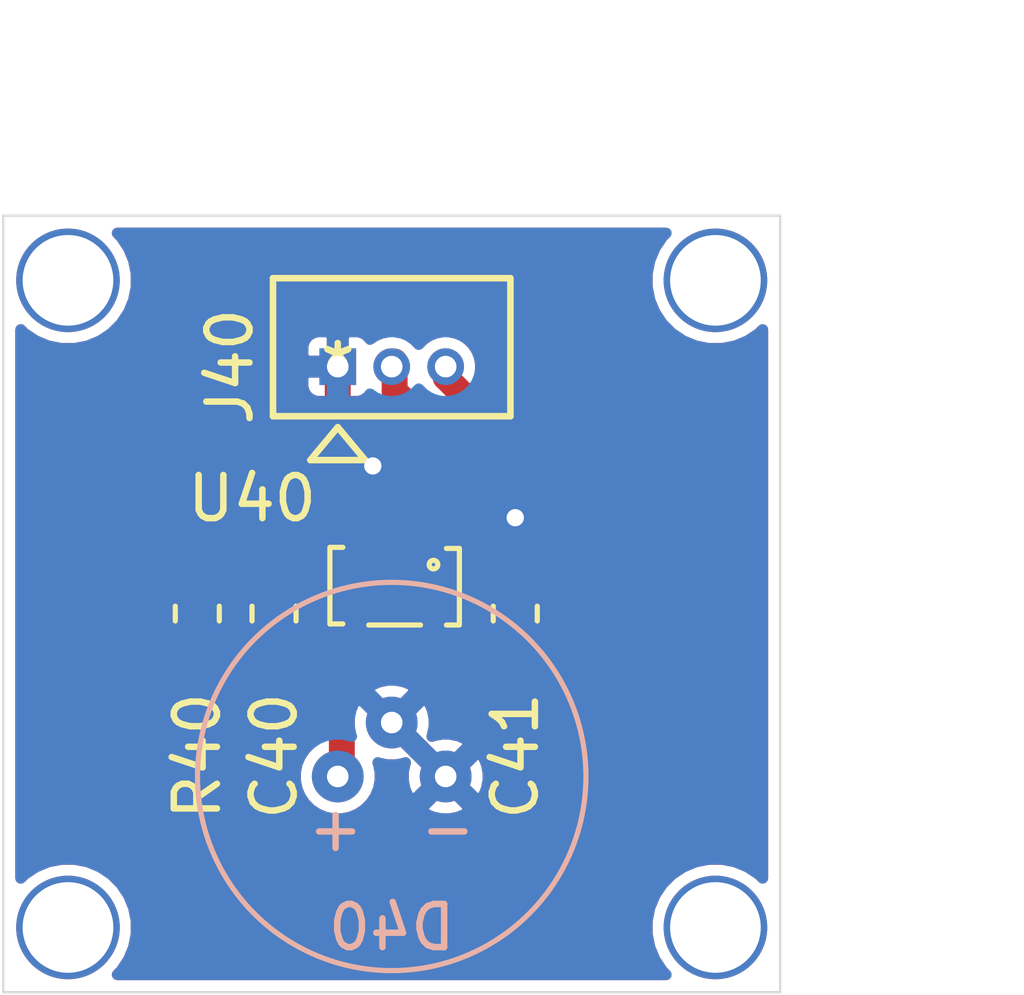
<source format=kicad_pcb>
(kicad_pcb (version 20171130) (host pcbnew "(5.1.10)-1")

  (general
    (thickness 1.6)
    (drawings 7)
    (tracks 31)
    (zones 0)
    (modules 10)
    (nets 5)
  )

  (page User 200 200)
  (title_block
    (title "Spectrometer Multi-Board System")
    (date 2021-05-28)
    (rev 1.0)
    (company "Team Spectrometer")
  )

  (layers
    (0 F.Cu signal)
    (31 B.Cu signal)
    (32 B.Adhes user hide)
    (33 F.Adhes user hide)
    (34 B.Paste user hide)
    (35 F.Paste user hide)
    (36 B.SilkS user hide)
    (37 F.SilkS user)
    (38 B.Mask user hide)
    (39 F.Mask user hide)
    (40 Dwgs.User user hide)
    (41 Cmts.User user)
    (42 Eco1.User user hide)
    (43 Eco2.User user hide)
    (44 Edge.Cuts user)
    (45 Margin user hide)
    (46 B.CrtYd user hide)
    (47 F.CrtYd user)
    (48 B.Fab user hide)
    (49 F.Fab user hide)
  )

  (setup
    (last_trace_width 0.4)
    (trace_clearance 0.2)
    (zone_clearance 0.254)
    (zone_45_only no)
    (trace_min 0.2)
    (via_size 0.8)
    (via_drill 0.4)
    (via_min_size 0.4)
    (via_min_drill 0.3)
    (uvia_size 0.3)
    (uvia_drill 0.1)
    (uvias_allowed no)
    (uvia_min_size 0.2)
    (uvia_min_drill 0.1)
    (edge_width 0.05)
    (segment_width 0.2)
    (pcb_text_width 0.3)
    (pcb_text_size 1.5 1.5)
    (mod_edge_width 0.12)
    (mod_text_size 1 1)
    (mod_text_width 0.15)
    (pad_size 0.85 0.85)
    (pad_drill 0.5)
    (pad_to_mask_clearance 0.051)
    (solder_mask_min_width 0.25)
    (aux_axis_origin 0 0)
    (visible_elements 7FFFFFFF)
    (pcbplotparams
      (layerselection 0x012fc_ffffffff)
      (usegerberextensions false)
      (usegerberattributes false)
      (usegerberadvancedattributes false)
      (creategerberjobfile false)
      (excludeedgelayer true)
      (linewidth 0.100000)
      (plotframeref false)
      (viasonmask false)
      (mode 1)
      (useauxorigin false)
      (hpglpennumber 1)
      (hpglpenspeed 20)
      (hpglpendiameter 15.000000)
      (psnegative false)
      (psa4output false)
      (plotreference true)
      (plotvalue true)
      (plotinvisibletext false)
      (padsonsilk false)
      (subtractmaskfromsilk false)
      (outputformat 4)
      (mirror false)
      (drillshape 0)
      (scaleselection 1)
      (outputdirectory "./"))
  )

  (net 0 "")
  (net 1 GND)
  (net 2 +3V3)
  (net 3 "Net-(C40-Pad2)")
  (net 4 "Net-(C40-Pad1)")

  (net_class Default "This is the default net class."
    (clearance 0.2)
    (trace_width 0.4)
    (via_dia 0.8)
    (via_drill 0.4)
    (uvia_dia 0.3)
    (uvia_drill 0.1)
  )

  (net_class Analog ""
    (clearance 0.2)
    (trace_width 0.6)
    (via_dia 0.8)
    (via_drill 0.4)
    (uvia_dia 0.3)
    (uvia_drill 0.1)
    (add_net "Net-(C40-Pad1)")
    (add_net "Net-(C40-Pad2)")
  )

  (net_class Power ""
    (clearance 0.2)
    (trace_width 0.6)
    (via_dia 0.8)
    (via_drill 0.4)
    (uvia_dia 0.3)
    (uvia_drill 0.1)
    (add_net +3V3)
    (add_net GND)
  )

  (module spectrometer_core:M2_mounting (layer F.Cu) (tedit 60DA2D85) (tstamp 60DA9CAE)
    (at 95.5 90)
    (fp_text reference REF** (at 0 0) (layer F.Fab) hide
      (effects (font (size 1 1) (thickness 0.15)))
    )
    (fp_text value M2_mounting (at 0 -2) (layer F.Fab)
      (effects (font (size 1 1) (thickness 0.15)))
    )
    (pad "" np_thru_hole circle (at 0 0) (size 2.4 2.4) (drill 2.1) (layers *.Cu *.Mask)
      (zone_connect 0))
  )

  (module spectrometer_core:M2_mounting (layer F.Cu) (tedit 60DA2D85) (tstamp 60DA9CAE)
    (at 80.5 90)
    (fp_text reference REF** (at 0 0) (layer F.Fab) hide
      (effects (font (size 1 1) (thickness 0.15)))
    )
    (fp_text value M2_mounting (at 0 -2) (layer F.Fab)
      (effects (font (size 1 1) (thickness 0.15)))
    )
    (pad "" np_thru_hole circle (at 0 0) (size 2.4 2.4) (drill 2.1) (layers *.Cu *.Mask)
      (zone_connect 0))
  )

  (module spectrometer_core:M2_mounting (layer F.Cu) (tedit 60DA2D85) (tstamp 60DA9CAE)
    (at 80.5 75)
    (fp_text reference REF** (at 0 0) (layer F.Fab) hide
      (effects (font (size 1 1) (thickness 0.15)))
    )
    (fp_text value M2_mounting (at 0 -2) (layer F.Fab)
      (effects (font (size 1 1) (thickness 0.15)))
    )
    (pad "" np_thru_hole circle (at 0 0) (size 2.4 2.4) (drill 2.1) (layers *.Cu *.Mask)
      (zone_connect 0))
  )

  (module spectrometer_core:M2_mounting (layer F.Cu) (tedit 60DA2D85) (tstamp 60DA9C8B)
    (at 95.5 75)
    (fp_text reference REF** (at 0 0) (layer F.Fab) hide
      (effects (font (size 1 1) (thickness 0.15)))
    )
    (fp_text value M2_mounting (at 0 -2) (layer F.Fab)
      (effects (font (size 1 1) (thickness 0.15)))
    )
    (pad "" np_thru_hole circle (at 0 0) (size 2.4 2.4) (drill 2.1) (layers *.Cu *.Mask)
      (zone_connect 0))
  )

  (module spectrometer_core:SOT-23-5 (layer F.Cu) (tedit 60BDBE49) (tstamp 60BABDD6)
    (at 88.068 82.089 270)
    (path /6093478B)
    (fp_text reference U40 (at -2.032 3.302) (layer F.SilkS)
      (effects (font (size 1 1) (thickness 0.15)))
    )
    (fp_text value OPA990 (at 0 -2.4 270) (layer F.Fab)
      (effects (font (size 1 1) (thickness 0.15)))
    )
    (fp_circle (center -0.5 -0.9) (end -0.4 -0.9) (layer F.SilkS) (width 0.12))
    (fp_line (start 0.9 -1.5) (end 0.9 -1.2) (layer F.SilkS) (width 0.12))
    (fp_line (start 0.875 1.2) (end 0.875 1.5) (layer F.SilkS) (width 0.12))
    (fp_line (start -0.875 -1.5) (end 0.875 -1.5) (layer F.SilkS) (width 0.12))
    (fp_line (start -0.875 -1.2) (end -0.875 -1.5) (layer F.SilkS) (width 0.12))
    (fp_line (start 0.875 1.5) (end -0.875 1.5) (layer F.SilkS) (width 0.12))
    (fp_line (start -0.9 1.5) (end -0.9 1.2) (layer F.SilkS) (width 0.12))
    (fp_line (start 0.9 -0.6) (end 0.9 0.6) (layer F.SilkS) (width 0.12))
    (fp_line (start -2.159 -1.778) (end 2.159 -1.778) (layer F.CrtYd) (width 0.08))
    (fp_line (start 2.159 -1.778) (end 2.159 1.778) (layer F.CrtYd) (width 0.08))
    (fp_line (start 2.159 1.778) (end -2.159 1.778) (layer F.CrtYd) (width 0.08))
    (fp_line (start -2.159 1.778) (end -2.159 -1.778) (layer F.CrtYd) (width 0.08))
    (pad 1 smd roundrect (at -1.3 -0.95 270) (size 1.2 0.6) (layers F.Cu F.Paste F.Mask) (roundrect_rratio 0.083)
      (net 4 "Net-(C40-Pad1)"))
    (pad 4 smd roundrect (at 1.3 0.95 270) (size 1.2 0.6) (layers F.Cu F.Paste F.Mask) (roundrect_rratio 0.083)
      (net 3 "Net-(C40-Pad2)"))
    (pad 3 smd roundrect (at -1.3 0.95 270) (size 1.2 0.6) (layers F.Cu F.Paste F.Mask) (roundrect_rratio 0.083)
      (net 1 GND))
    (pad 2 smd roundrect (at -1.3 0 270) (size 1.2 0.6) (layers F.Cu F.Paste F.Mask) (roundrect_rratio 0.083)
      (net 1 GND))
    (pad 5 smd roundrect (at 1.3 -0.95 270) (size 1.2 0.6) (layers F.Cu F.Paste F.Mask) (roundrect_rratio 0.083)
      (net 2 +3V3))
  )

  (module spectrometer_core:TO-18_WithReflector (layer B.Cu) (tedit 60B9A384) (tstamp 60BAC402)
    (at 88 86.5 180)
    (path /6093507A)
    (fp_text reference D40 (at 0 -3.5 180) (layer B.SilkS)
      (effects (font (size 1 1) (thickness 0.15)) (justify mirror))
    )
    (fp_text value PD41-03 (at -0.254 -5.1 180) (layer B.Fab)
      (effects (font (size 1 1) (thickness 0.15)) (justify mirror))
    )
    (fp_circle (center 0 0) (end 4.5 0) (layer B.SilkS) (width 0.12))
    (fp_text user - (at -1.3 -1.2 180) (layer B.SilkS)
      (effects (font (size 1 1) (thickness 0.15)) (justify mirror))
    )
    (fp_text user + (at 1.3 -1.2 180) (layer B.SilkS)
      (effects (font (size 1 1) (thickness 0.15)) (justify mirror))
    )
    (pad 2 thru_hole circle (at 1.25 0 180) (size 1.2 1.2) (drill 0.5) (layers *.Cu *.Mask)
      (net 3 "Net-(C40-Pad2)"))
    (pad 3 thru_hole circle (at 0 1.25 180) (size 1.2 1.2) (drill 0.5) (layers *.Cu *.Mask)
      (net 1 GND))
    (pad 1 thru_hole circle (at -1.25 0 180) (size 1.2 1.2) (drill 0.5) (layers *.Cu *.Mask)
      (net 1 GND))
  )

  (module spectrometer_core:530470310 (layer F.Cu) (tedit 60BDB6EF) (tstamp 60BAC491)
    (at 86.75 77 180)
    (path /614E2937)
    (fp_text reference J40 (at 2.5 0 270) (layer F.SilkS)
      (effects (font (size 1 1) (thickness 0.15)))
    )
    (fp_text value C_01x03 (at 0 4.5 180) (layer F.Fab)
      (effects (font (size 1 1) (thickness 0.15)))
    )
    (fp_line (start 0 -1.404001) (end 0.635 -2.166001) (layer F.SilkS) (width 0.1524))
    (fp_line (start 0.635 -2.166001) (end -0.635 -2.166001) (layer F.SilkS) (width 0.1524))
    (fp_line (start -0.635 -2.166001) (end 0 -1.404001) (layer F.SilkS) (width 0.1524))
    (fp_line (start 0 -1.404001) (end 0.635 -2.166001) (layer F.Fab) (width 0.1524))
    (fp_line (start 0.635 -2.166001) (end -0.635 -2.166001) (layer F.Fab) (width 0.1524))
    (fp_line (start -0.635 -2.166001) (end 0 -1.404001) (layer F.Fab) (width 0.1524))
    (fp_line (start -3.999992 -1.150001) (end -3.999992 2.05) (layer F.SilkS) (width 0.1524))
    (fp_line (start -3.999992 2.05) (end 1.499997 2.05) (layer F.SilkS) (width 0.1524))
    (fp_line (start 1.499997 2.05) (end 1.499997 -1.150001) (layer F.SilkS) (width 0.1524))
    (fp_line (start 1.499997 -1.150001) (end -3.999992 -1.150001) (layer F.SilkS) (width 0.1524))
    (fp_line (start -3.999992 2.05) (end 1.499997 2.05) (layer F.Fab) (width 0.1524))
    (fp_line (start 1.499997 2.05) (end 1.499997 -1.150001) (layer F.Fab) (width 0.1524))
    (fp_line (start 1.499997 -1.150001) (end -3.999992 -1.150001) (layer F.Fab) (width 0.1524))
    (fp_line (start -3.999992 -1.150001) (end -3.999992 2.05) (layer F.Fab) (width 0.1524))
    (fp_line (start -5.269992 -2.420001) (end -5.269992 3.32) (layer F.CrtYd) (width 0.1524))
    (fp_line (start -5.269992 3.32) (end 2.769997 3.32) (layer F.CrtYd) (width 0.1524))
    (fp_line (start 2.769997 3.32) (end 2.769997 -2.420001) (layer F.CrtYd) (width 0.1524))
    (fp_line (start 2.769997 -2.420001) (end -5.269992 -2.420001) (layer F.CrtYd) (width 0.1524))
    (fp_text user * (at 0 0 180) (layer F.SilkS)
      (effects (font (size 1 1) (thickness 0.15)))
    )
    (fp_text user * (at 0 0 180) (layer F.SilkS)
      (effects (font (size 1 1) (thickness 0.15)))
    )
    (pad 3 thru_hole circle (at -2.5 0 180) (size 0.85 0.85) (drill 0.5) (layers *.Cu *.Mask)
      (net 2 +3V3))
    (pad 2 thru_hole circle (at -1.25 0 180) (size 0.85 0.85) (drill 0.5) (layers *.Cu *.Mask)
      (net 4 "Net-(C40-Pad1)"))
    (pad 1 thru_hole rect (at 0 0 180) (size 0.85 0.85) (drill 0.5) (layers *.Cu *.Mask)
      (net 1 GND))
  )

  (module Resistor_SMD:R_0603_1608Metric_Pad1.05x0.95mm_HandSolder (layer F.Cu) (tedit 5B301BBD) (tstamp 60BAC964)
    (at 83.496 82.724 90)
    (descr "Resistor SMD 0603 (1608 Metric), square (rectangular) end terminal, IPC_7351 nominal with elongated pad for handsoldering. (Body size source: http://www.tortai-tech.com/upload/download/2011102023233369053.pdf), generated with kicad-footprint-generator")
    (tags "resistor handsolder")
    (path /60E942FE)
    (attr smd)
    (fp_text reference R40 (at -3.302 0 90) (layer F.SilkS)
      (effects (font (size 1 1) (thickness 0.15)))
    )
    (fp_text value 10k1 (at 0 1.43 90) (layer F.Fab)
      (effects (font (size 1 1) (thickness 0.15)))
    )
    (fp_line (start -0.8 0.4) (end -0.8 -0.4) (layer F.Fab) (width 0.1))
    (fp_line (start -0.8 -0.4) (end 0.8 -0.4) (layer F.Fab) (width 0.1))
    (fp_line (start 0.8 -0.4) (end 0.8 0.4) (layer F.Fab) (width 0.1))
    (fp_line (start 0.8 0.4) (end -0.8 0.4) (layer F.Fab) (width 0.1))
    (fp_line (start -0.171267 -0.51) (end 0.171267 -0.51) (layer F.SilkS) (width 0.12))
    (fp_line (start -0.171267 0.51) (end 0.171267 0.51) (layer F.SilkS) (width 0.12))
    (fp_line (start -1.65 0.73) (end -1.65 -0.73) (layer F.CrtYd) (width 0.05))
    (fp_line (start -1.65 -0.73) (end 1.65 -0.73) (layer F.CrtYd) (width 0.05))
    (fp_line (start 1.65 -0.73) (end 1.65 0.73) (layer F.CrtYd) (width 0.05))
    (fp_line (start 1.65 0.73) (end -1.65 0.73) (layer F.CrtYd) (width 0.05))
    (fp_text user %R (at 0 0 90) (layer F.Fab)
      (effects (font (size 0.4 0.4) (thickness 0.06)))
    )
    (pad 2 smd roundrect (at 0.875 0 90) (size 1.05 0.95) (layers F.Cu F.Paste F.Mask) (roundrect_rratio 0.25)
      (net 4 "Net-(C40-Pad1)"))
    (pad 1 smd roundrect (at -0.875 0 90) (size 1.05 0.95) (layers F.Cu F.Paste F.Mask) (roundrect_rratio 0.25)
      (net 3 "Net-(C40-Pad2)"))
    (model ${KISYS3DMOD}/Resistor_SMD.3dshapes/R_0603_1608Metric.wrl
      (at (xyz 0 0 0))
      (scale (xyz 1 1 1))
      (rotate (xyz 0 0 0))
    )
  )

  (module Capacitor_SMD:C_0603_1608Metric_Pad1.05x0.95mm_HandSolder (layer F.Cu) (tedit 5B301BBE) (tstamp 60BAC670)
    (at 90.862 82.724 90)
    (descr "Capacitor SMD 0603 (1608 Metric), square (rectangular) end terminal, IPC_7351 nominal with elongated pad for handsoldering. (Body size source: http://www.tortai-tech.com/upload/download/2011102023233369053.pdf), generated with kicad-footprint-generator")
    (tags "capacitor handsolder")
    (path /60A2EFA2)
    (attr smd)
    (fp_text reference C41 (at -3.302 0 90) (layer F.SilkS)
      (effects (font (size 1 1) (thickness 0.15)))
    )
    (fp_text value 0.1u (at 0 1.43 90) (layer F.Fab)
      (effects (font (size 1 1) (thickness 0.15)))
    )
    (fp_line (start -0.8 0.4) (end -0.8 -0.4) (layer F.Fab) (width 0.1))
    (fp_line (start -0.8 -0.4) (end 0.8 -0.4) (layer F.Fab) (width 0.1))
    (fp_line (start 0.8 -0.4) (end 0.8 0.4) (layer F.Fab) (width 0.1))
    (fp_line (start 0.8 0.4) (end -0.8 0.4) (layer F.Fab) (width 0.1))
    (fp_line (start -0.171267 -0.51) (end 0.171267 -0.51) (layer F.SilkS) (width 0.12))
    (fp_line (start -0.171267 0.51) (end 0.171267 0.51) (layer F.SilkS) (width 0.12))
    (fp_line (start -1.65 0.73) (end -1.65 -0.73) (layer F.CrtYd) (width 0.05))
    (fp_line (start -1.65 -0.73) (end 1.65 -0.73) (layer F.CrtYd) (width 0.05))
    (fp_line (start 1.65 -0.73) (end 1.65 0.73) (layer F.CrtYd) (width 0.05))
    (fp_line (start 1.65 0.73) (end -1.65 0.73) (layer F.CrtYd) (width 0.05))
    (fp_text user %R (at 0 0 90) (layer F.Fab)
      (effects (font (size 0.4 0.4) (thickness 0.06)))
    )
    (pad 2 smd roundrect (at 0.875 0 90) (size 1.05 0.95) (layers F.Cu F.Paste F.Mask) (roundrect_rratio 0.25)
      (net 1 GND))
    (pad 1 smd roundrect (at -0.875 0 90) (size 1.05 0.95) (layers F.Cu F.Paste F.Mask) (roundrect_rratio 0.25)
      (net 2 +3V3))
    (model ${KISYS3DMOD}/Capacitor_SMD.3dshapes/C_0603_1608Metric.wrl
      (at (xyz 0 0 0))
      (scale (xyz 1 1 1))
      (rotate (xyz 0 0 0))
    )
  )

  (module Capacitor_SMD:C_0603_1608Metric_Pad1.05x0.95mm_HandSolder (layer F.Cu) (tedit 5B301BBE) (tstamp 60BAC640)
    (at 85.274 82.724 270)
    (descr "Capacitor SMD 0603 (1608 Metric), square (rectangular) end terminal, IPC_7351 nominal with elongated pad for handsoldering. (Body size source: http://www.tortai-tech.com/upload/download/2011102023233369053.pdf), generated with kicad-footprint-generator")
    (tags "capacitor handsolder")
    (path /60E92CFB)
    (attr smd)
    (fp_text reference C40 (at 3.302 0 270) (layer F.SilkS)
      (effects (font (size 1 1) (thickness 0.15)))
    )
    (fp_text value 27n (at 0 1.43 270) (layer F.Fab)
      (effects (font (size 1 1) (thickness 0.15)))
    )
    (fp_line (start -0.8 0.4) (end -0.8 -0.4) (layer F.Fab) (width 0.1))
    (fp_line (start -0.8 -0.4) (end 0.8 -0.4) (layer F.Fab) (width 0.1))
    (fp_line (start 0.8 -0.4) (end 0.8 0.4) (layer F.Fab) (width 0.1))
    (fp_line (start 0.8 0.4) (end -0.8 0.4) (layer F.Fab) (width 0.1))
    (fp_line (start -0.171267 -0.51) (end 0.171267 -0.51) (layer F.SilkS) (width 0.12))
    (fp_line (start -0.171267 0.51) (end 0.171267 0.51) (layer F.SilkS) (width 0.12))
    (fp_line (start -1.65 0.73) (end -1.65 -0.73) (layer F.CrtYd) (width 0.05))
    (fp_line (start -1.65 -0.73) (end 1.65 -0.73) (layer F.CrtYd) (width 0.05))
    (fp_line (start 1.65 -0.73) (end 1.65 0.73) (layer F.CrtYd) (width 0.05))
    (fp_line (start 1.65 0.73) (end -1.65 0.73) (layer F.CrtYd) (width 0.05))
    (fp_text user %R (at 0 0 270) (layer F.Fab)
      (effects (font (size 0.4 0.4) (thickness 0.06)))
    )
    (pad 2 smd roundrect (at 0.875 0 270) (size 1.05 0.95) (layers F.Cu F.Paste F.Mask) (roundrect_rratio 0.25)
      (net 3 "Net-(C40-Pad2)"))
    (pad 1 smd roundrect (at -0.875 0 270) (size 1.05 0.95) (layers F.Cu F.Paste F.Mask) (roundrect_rratio 0.25)
      (net 4 "Net-(C40-Pad1)"))
    (model ${KISYS3DMOD}/Capacitor_SMD.3dshapes/C_0603_1608Metric.wrl
      (at (xyz 0 0 0))
      (scale (xyz 1 1 1))
      (rotate (xyz 0 0 0))
    )
  )

  (dimension 18 (width 0.15) (layer Cmts.User) (tstamp 60BB2843)
    (gr_text "18.000 mm" (at 88 69.2) (layer Cmts.User) (tstamp 60BB2843)
      (effects (font (size 1 1) (thickness 0.15)))
    )
    (feature1 (pts (xy 97 72.5) (xy 97 69.913579)))
    (feature2 (pts (xy 79 72.5) (xy 79 69.913579)))
    (crossbar (pts (xy 79 70.5) (xy 97 70.5)))
    (arrow1a (pts (xy 97 70.5) (xy 95.873496 71.086421)))
    (arrow1b (pts (xy 97 70.5) (xy 95.873496 69.913579)))
    (arrow2a (pts (xy 79 70.5) (xy 80.126504 71.086421)))
    (arrow2b (pts (xy 79 70.5) (xy 80.126504 69.913579)))
  )
  (dimension 18 (width 0.15) (layer Cmts.User) (tstamp 60BB2855)
    (gr_text "18.000 mm" (at 101.3 82.5 270) (layer Cmts.User) (tstamp 60BB2855)
      (effects (font (size 1 1) (thickness 0.15)))
    )
    (feature1 (pts (xy 98.5 91.5) (xy 100.586421 91.5)))
    (feature2 (pts (xy 98.5 73.5) (xy 100.586421 73.5)))
    (crossbar (pts (xy 100 73.5) (xy 100 91.5)))
    (arrow1a (pts (xy 100 91.5) (xy 99.413579 90.373496)))
    (arrow1b (pts (xy 100 91.5) (xy 100.586421 90.373496)))
    (arrow2a (pts (xy 100 73.5) (xy 99.413579 74.626504)))
    (arrow2b (pts (xy 100 73.5) (xy 100.586421 74.626504)))
  )
  (gr_line (start 97 73.5) (end 79 73.5) (layer Edge.Cuts) (width 0.05) (tstamp 60BAC592))
  (gr_line (start 79 91.5) (end 79 73.5) (layer Edge.Cuts) (width 0.05) (tstamp 60BAC58F))
  (gr_line (start 88 91.5) (end 79 91.5) (layer Edge.Cuts) (width 0.05) (tstamp 60BAC583))
  (gr_line (start 97 91.5) (end 97 73.5) (layer Edge.Cuts) (width 0.05) (tstamp 60BAC57A))
  (gr_line (start 88 91.5) (end 97 91.5) (layer Edge.Cuts) (width 0.05) (tstamp 60BAC574))

  (via (at 87.562 79.301494) (size 0.8) (drill 0.4) (layers F.Cu B.Cu) (net 1) (tstamp 60BDB9A5))
  (via (at 90.862 80.501494) (size 0.8) (drill 0.4) (layers F.Cu B.Cu) (net 1) (tstamp 60BAC9C1))
  (segment (start 90.862 81.849) (end 90.862 80.501494) (width 0.6) (layer F.Cu) (net 1) (tstamp 60BACA06))
  (segment (start 88.068 80.789) (end 87.118 80.789) (width 0.6) (layer F.Cu) (net 1) (tstamp 60BACA00))
  (segment (start 88.068 80.789) (end 88.068 79.676) (width 0.6) (layer F.Cu) (net 1) (tstamp 60BAC9F1))
  (segment (start 88.068 79.676) (end 87.7505 79.3585) (width 0.6) (layer F.Cu) (net 1) (tstamp 60BACA03))
  (segment (start 86.75 78.358) (end 87.7505 79.3585) (width 0.6) (layer F.Cu) (net 1) (tstamp 60BAC9DC))
  (segment (start 86.75 77) (end 86.75 78.358) (width 0.6) (layer F.Cu) (net 1) (tstamp 60BACA0F))
  (segment (start 89.25 77.25) (end 89.25 77) (width 0.6) (layer F.Cu) (net 2))
  (segment (start 89.81801 77.81801) (end 89.25 77.25) (width 0.6) (layer F.Cu) (net 2))
  (segment (start 89.81801 82.58899) (end 89.81801 77.81801) (width 0.6) (layer F.Cu) (net 2))
  (segment (start 89.018 83.389) (end 89.81801 82.58899) (width 0.6) (layer F.Cu) (net 2))
  (segment (start 89.85199 82.58899) (end 90.862 83.599) (width 0.6) (layer F.Cu) (net 2))
  (segment (start 89.81801 82.58899) (end 89.85199 82.58899) (width 0.6) (layer F.Cu) (net 2))
  (segment (start 85.274 83.599) (end 83.496 83.599) (width 0.6) (layer F.Cu) (net 3) (tstamp 60BAC9CD))
  (segment (start 85.288 83.613) (end 85.274 83.599) (width 0.6) (layer F.Cu) (net 3) (tstamp 60BACA0C))
  (segment (start 87.118 83.389) (end 86.894 83.613) (width 0.6) (layer F.Cu) (net 3) (tstamp 60BAC9F7))
  (segment (start 86.894 83.613) (end 85.288 83.613) (width 0.6) (layer F.Cu) (net 3) (tstamp 60BAC9CA))
  (segment (start 86.84464 86.40536) (end 86.75 86.5) (width 0.6) (layer F.Cu) (net 3) (tstamp 60BACA2A))
  (segment (start 87.118 83.389) (end 86.84464 83.66236) (width 0.6) (layer F.Cu) (net 3) (tstamp 60BAC9EE))
  (segment (start 86.84464 83.66236) (end 86.84464 86.40536) (width 0.6) (layer F.Cu) (net 3) (tstamp 60BAC9D3))
  (segment (start 85.849 81.849) (end 85.274 81.849) (width 0.6) (layer F.Cu) (net 4) (tstamp 60BAC9D0))
  (segment (start 85.9865 81.849) (end 85.849 81.849) (width 0.6) (layer F.Cu) (net 4) (tstamp 60BAC9E8))
  (segment (start 86.29 82.1525) (end 85.9865 81.849) (width 0.6) (layer F.Cu) (net 4) (tstamp 60BAC9E5))
  (segment (start 88.3545 82.1525) (end 86.29 82.1525) (width 0.6) (layer F.Cu) (net 4) (tstamp 60BACA36))
  (segment (start 89.018 80.789) (end 89.018 81.489) (width 0.6) (layer F.Cu) (net 4) (tstamp 60BAC9E2))
  (segment (start 89.018 81.489) (end 88.3545 82.1525) (width 0.6) (layer F.Cu) (net 4) (tstamp 60BAC9DF))
  (segment (start 85.274 81.849) (end 83.496 81.849) (width 0.6) (layer F.Cu) (net 4) (tstamp 60BACA33))
  (segment (start 88.068 77.568) (end 88.068 76.882) (width 0.6) (layer F.Cu) (net 4))
  (segment (start 89.018 80.789) (end 89.018 78.518) (width 0.6) (layer F.Cu) (net 4))
  (segment (start 89.018 78.518) (end 88.068 77.568) (width 0.6) (layer F.Cu) (net 4))

  (zone (net 1) (net_name GND) (layer F.Cu) (tstamp 60BB54B2) (hatch edge 0.508)
    (connect_pads (clearance 0.254))
    (min_thickness 0.254)
    (fill yes (arc_segments 32) (thermal_gap 0.254) (thermal_bridge_width 0.508))
    (polygon
      (pts
        (xy 79 73.5) (xy 97 73.5) (xy 97 91.5) (xy 79 91.5)
      )
    )
    (filled_polygon
      (pts
        (xy 94.271957 73.992171) (xy 94.098936 74.251116) (xy 93.979757 74.538839) (xy 93.919 74.844285) (xy 93.919 75.155715)
        (xy 93.979757 75.461161) (xy 94.098936 75.748884) (xy 94.271957 76.007829) (xy 94.492171 76.228043) (xy 94.751116 76.401064)
        (xy 95.038839 76.520243) (xy 95.344285 76.581) (xy 95.655715 76.581) (xy 95.961161 76.520243) (xy 96.248884 76.401064)
        (xy 96.507829 76.228043) (xy 96.594001 76.141871) (xy 96.594 88.858128) (xy 96.507829 88.771957) (xy 96.248884 88.598936)
        (xy 95.961161 88.479757) (xy 95.655715 88.419) (xy 95.344285 88.419) (xy 95.038839 88.479757) (xy 94.751116 88.598936)
        (xy 94.492171 88.771957) (xy 94.271957 88.992171) (xy 94.098936 89.251116) (xy 93.979757 89.538839) (xy 93.919 89.844285)
        (xy 93.919 90.155715) (xy 93.979757 90.461161) (xy 94.098936 90.748884) (xy 94.271957 91.007829) (xy 94.358128 91.094)
        (xy 81.641872 91.094) (xy 81.728043 91.007829) (xy 81.901064 90.748884) (xy 82.020243 90.461161) (xy 82.081 90.155715)
        (xy 82.081 89.844285) (xy 82.020243 89.538839) (xy 81.901064 89.251116) (xy 81.728043 88.992171) (xy 81.507829 88.771957)
        (xy 81.248884 88.598936) (xy 80.961161 88.479757) (xy 80.655715 88.419) (xy 80.344285 88.419) (xy 80.038839 88.479757)
        (xy 79.751116 88.598936) (xy 79.492171 88.771957) (xy 79.406 88.858128) (xy 79.406 81.5615) (xy 82.638157 81.5615)
        (xy 82.638157 82.1365) (xy 82.650077 82.257523) (xy 82.685378 82.373895) (xy 82.742704 82.481144) (xy 82.819851 82.575149)
        (xy 82.913856 82.652296) (xy 83.021105 82.709622) (xy 83.068503 82.724) (xy 83.021105 82.738378) (xy 82.913856 82.795704)
        (xy 82.819851 82.872851) (xy 82.742704 82.966856) (xy 82.685378 83.074105) (xy 82.650077 83.190477) (xy 82.638157 83.3115)
        (xy 82.638157 83.8865) (xy 82.650077 84.007523) (xy 82.685378 84.123895) (xy 82.742704 84.231144) (xy 82.819851 84.325149)
        (xy 82.913856 84.402296) (xy 83.021105 84.459622) (xy 83.137477 84.494923) (xy 83.2585 84.506843) (xy 83.7335 84.506843)
        (xy 83.854523 84.494923) (xy 83.970895 84.459622) (xy 84.078144 84.402296) (xy 84.172149 84.325149) (xy 84.209201 84.28)
        (xy 84.560799 84.28) (xy 84.597851 84.325149) (xy 84.691856 84.402296) (xy 84.799105 84.459622) (xy 84.915477 84.494923)
        (xy 85.0365 84.506843) (xy 85.5115 84.506843) (xy 85.632523 84.494923) (xy 85.748895 84.459622) (xy 85.856144 84.402296)
        (xy 85.950149 84.325149) (xy 85.975712 84.294) (xy 86.16364 84.294) (xy 86.163641 85.711954) (xy 86.124649 85.738007)
        (xy 85.988007 85.874649) (xy 85.880649 86.035322) (xy 85.806699 86.213853) (xy 85.769 86.40338) (xy 85.769 86.59662)
        (xy 85.806699 86.786147) (xy 85.880649 86.964678) (xy 85.988007 87.125351) (xy 86.124649 87.261993) (xy 86.285322 87.369351)
        (xy 86.463853 87.443301) (xy 86.65338 87.481) (xy 86.84662 87.481) (xy 87.036147 87.443301) (xy 87.214678 87.369351)
        (xy 87.375351 87.261993) (xy 87.424302 87.213042) (xy 88.716563 87.213042) (xy 88.778166 87.365489) (xy 88.956081 87.440909)
        (xy 89.145291 87.480171) (xy 89.338525 87.481765) (xy 89.528356 87.44563) (xy 89.707491 87.373155) (xy 89.721834 87.365489)
        (xy 89.783437 87.213042) (xy 89.25 86.679605) (xy 88.716563 87.213042) (xy 87.424302 87.213042) (xy 87.511993 87.125351)
        (xy 87.619351 86.964678) (xy 87.693301 86.786147) (xy 87.731 86.59662) (xy 87.731 86.40338) (xy 87.693301 86.213853)
        (xy 87.679051 86.179451) (xy 87.706081 86.190909) (xy 87.895291 86.230171) (xy 88.088525 86.231765) (xy 88.278356 86.19563)
        (xy 88.320801 86.178458) (xy 88.309091 86.206081) (xy 88.269829 86.395291) (xy 88.268235 86.588525) (xy 88.30437 86.778356)
        (xy 88.376845 86.957491) (xy 88.384511 86.971834) (xy 88.536958 87.033437) (xy 89.070395 86.5) (xy 89.429605 86.5)
        (xy 89.963042 87.033437) (xy 90.115489 86.971834) (xy 90.190909 86.793919) (xy 90.230171 86.604709) (xy 90.231765 86.411475)
        (xy 90.19563 86.221644) (xy 90.123155 86.042509) (xy 90.115489 86.028166) (xy 89.963042 85.966563) (xy 89.429605 86.5)
        (xy 89.070395 86.5) (xy 88.536958 85.966563) (xy 88.531049 85.968951) (xy 88.533437 85.963042) (xy 88 85.429605)
        (xy 87.985858 85.443748) (xy 87.806253 85.264143) (xy 87.820395 85.25) (xy 88.179605 85.25) (xy 88.713042 85.783437)
        (xy 88.718951 85.781049) (xy 88.716563 85.786958) (xy 89.25 86.320395) (xy 89.783437 85.786958) (xy 89.721834 85.634511)
        (xy 89.543919 85.559091) (xy 89.354709 85.519829) (xy 89.161475 85.518235) (xy 88.971644 85.55437) (xy 88.929199 85.571542)
        (xy 88.940909 85.543919) (xy 88.980171 85.354709) (xy 88.981765 85.161475) (xy 88.94563 84.971644) (xy 88.873155 84.792509)
        (xy 88.865489 84.778166) (xy 88.713042 84.716563) (xy 88.179605 85.25) (xy 87.820395 85.25) (xy 87.806253 85.235858)
        (xy 87.985858 85.056253) (xy 88 85.070395) (xy 88.533437 84.536958) (xy 88.471834 84.384511) (xy 88.293919 84.309091)
        (xy 88.104709 84.269829) (xy 87.911475 84.268235) (xy 87.721644 84.30437) (xy 87.542509 84.376845) (xy 87.528166 84.384511)
        (xy 87.52564 84.390762) (xy 87.52564 84.341375) (xy 87.533765 84.33891) (xy 87.608564 84.29893) (xy 87.674125 84.245125)
        (xy 87.72793 84.179564) (xy 87.76791 84.104765) (xy 87.79253 84.023604) (xy 87.800843 83.9392) (xy 87.800843 83.403742)
        (xy 87.802295 83.389) (xy 87.800843 83.374258) (xy 87.800843 82.8388) (xy 87.800321 82.8335) (xy 88.321047 82.8335)
        (xy 88.335538 82.834927) (xy 88.335157 82.8388) (xy 88.335157 83.374258) (xy 88.333705 83.389) (xy 88.335157 83.403742)
        (xy 88.335157 83.9392) (xy 88.34347 84.023604) (xy 88.36809 84.104765) (xy 88.40807 84.179564) (xy 88.461875 84.245125)
        (xy 88.527436 84.29893) (xy 88.602235 84.33891) (xy 88.683396 84.36353) (xy 88.7678 84.371843) (xy 89.2682 84.371843)
        (xy 89.352604 84.36353) (xy 89.433765 84.33891) (xy 89.508564 84.29893) (xy 89.574125 84.245125) (xy 89.62793 84.179564)
        (xy 89.66791 84.104765) (xy 89.69253 84.023604) (xy 89.700843 83.9392) (xy 89.700843 83.669235) (xy 89.835 83.535078)
        (xy 90.004157 83.704236) (xy 90.004157 83.8865) (xy 90.016077 84.007523) (xy 90.051378 84.123895) (xy 90.108704 84.231144)
        (xy 90.185851 84.325149) (xy 90.279856 84.402296) (xy 90.387105 84.459622) (xy 90.503477 84.494923) (xy 90.6245 84.506843)
        (xy 91.0995 84.506843) (xy 91.220523 84.494923) (xy 91.336895 84.459622) (xy 91.444144 84.402296) (xy 91.538149 84.325149)
        (xy 91.615296 84.231144) (xy 91.672622 84.123895) (xy 91.707923 84.007523) (xy 91.719843 83.8865) (xy 91.719843 83.3115)
        (xy 91.707923 83.190477) (xy 91.672622 83.074105) (xy 91.615296 82.966856) (xy 91.538149 82.872851) (xy 91.444144 82.795704)
        (xy 91.366082 82.753979) (xy 91.411689 82.749487) (xy 91.483508 82.727701) (xy 91.549696 82.692322) (xy 91.607711 82.644711)
        (xy 91.655322 82.586696) (xy 91.690701 82.520508) (xy 91.712487 82.448689) (xy 91.719843 82.374) (xy 91.718 82.07125)
        (xy 91.62275 81.976) (xy 90.989 81.976) (xy 90.989 81.996) (xy 90.735 81.996) (xy 90.735 81.976)
        (xy 90.715 81.976) (xy 90.715 81.722) (xy 90.735 81.722) (xy 90.735 81.03825) (xy 90.989 81.03825)
        (xy 90.989 81.722) (xy 91.62275 81.722) (xy 91.718 81.62675) (xy 91.719843 81.324) (xy 91.712487 81.249311)
        (xy 91.690701 81.177492) (xy 91.655322 81.111304) (xy 91.607711 81.053289) (xy 91.549696 81.005678) (xy 91.483508 80.970299)
        (xy 91.411689 80.948513) (xy 91.337 80.941157) (xy 91.08425 80.943) (xy 90.989 81.03825) (xy 90.735 81.03825)
        (xy 90.63975 80.943) (xy 90.49901 80.941974) (xy 90.49901 77.85146) (xy 90.502305 77.818009) (xy 90.498071 77.775026)
        (xy 90.489156 77.684511) (xy 90.450216 77.556142) (xy 90.38698 77.437836) (xy 90.30188 77.33414) (xy 90.275894 77.312814)
        (xy 90.053754 77.090675) (xy 90.056 77.079384) (xy 90.056 76.920616) (xy 90.025026 76.764898) (xy 89.964268 76.618216)
        (xy 89.876061 76.486205) (xy 89.763795 76.373939) (xy 89.631784 76.285732) (xy 89.485102 76.224974) (xy 89.329384 76.194)
        (xy 89.170616 76.194) (xy 89.014898 76.224974) (xy 88.868216 76.285732) (xy 88.736205 76.373939) (xy 88.625 76.485144)
        (xy 88.615407 76.475551) (xy 88.55187 76.39813) (xy 88.448174 76.31303) (xy 88.329868 76.249794) (xy 88.201499 76.210854)
        (xy 88.127447 76.20356) (xy 88.079384 76.194) (xy 87.920616 76.194) (xy 87.764898 76.224974) (xy 87.618216 76.285732)
        (xy 87.496032 76.367373) (xy 87.493322 76.362304) (xy 87.445711 76.304289) (xy 87.387696 76.256678) (xy 87.321508 76.221299)
        (xy 87.249689 76.199513) (xy 87.175 76.192157) (xy 86.97225 76.194) (xy 86.877 76.28925) (xy 86.877 76.873)
        (xy 86.897 76.873) (xy 86.897 77.127) (xy 86.877 77.127) (xy 86.877 77.71075) (xy 86.97225 77.806)
        (xy 87.175 77.807843) (xy 87.249689 77.800487) (xy 87.321508 77.778701) (xy 87.387696 77.743322) (xy 87.405187 77.728968)
        (xy 87.435794 77.829867) (xy 87.49903 77.948173) (xy 87.58413 78.051869) (xy 87.610122 78.0732) (xy 88.337001 78.80008)
        (xy 88.337 79.806892) (xy 88.29025 79.808) (xy 88.195 79.90325) (xy 88.195 80.662) (xy 88.215 80.662)
        (xy 88.215 80.916) (xy 88.195 80.916) (xy 88.195 80.936) (xy 87.941 80.936) (xy 87.941 80.916)
        (xy 87.245 80.916) (xy 87.245 80.936) (xy 86.991 80.936) (xy 86.991 80.916) (xy 86.53225 80.916)
        (xy 86.437 81.01125) (xy 86.435413 81.336442) (xy 86.366674 81.28003) (xy 86.248368 81.216794) (xy 86.119999 81.177854)
        (xy 86.019953 81.168) (xy 85.9865 81.164705) (xy 85.984647 81.164888) (xy 85.950149 81.122851) (xy 85.856144 81.045704)
        (xy 85.748895 80.988378) (xy 85.632523 80.953077) (xy 85.5115 80.941157) (xy 85.0365 80.941157) (xy 84.915477 80.953077)
        (xy 84.799105 80.988378) (xy 84.691856 81.045704) (xy 84.597851 81.122851) (xy 84.560799 81.168) (xy 84.209201 81.168)
        (xy 84.172149 81.122851) (xy 84.078144 81.045704) (xy 83.970895 80.988378) (xy 83.854523 80.953077) (xy 83.7335 80.941157)
        (xy 83.2585 80.941157) (xy 83.137477 80.953077) (xy 83.021105 80.988378) (xy 82.913856 81.045704) (xy 82.819851 81.122851)
        (xy 82.742704 81.216856) (xy 82.685378 81.324105) (xy 82.650077 81.440477) (xy 82.638157 81.5615) (xy 79.406 81.5615)
        (xy 79.406 80.189) (xy 86.435157 80.189) (xy 86.437 80.56675) (xy 86.53225 80.662) (xy 86.991 80.662)
        (xy 86.991 79.90325) (xy 87.245 79.90325) (xy 87.245 80.662) (xy 87.941 80.662) (xy 87.941 79.90325)
        (xy 87.84575 79.808) (xy 87.768 79.806157) (xy 87.693311 79.813513) (xy 87.621492 79.835299) (xy 87.593 79.850529)
        (xy 87.564508 79.835299) (xy 87.492689 79.813513) (xy 87.418 79.806157) (xy 87.34025 79.808) (xy 87.245 79.90325)
        (xy 86.991 79.90325) (xy 86.89575 79.808) (xy 86.818 79.806157) (xy 86.743311 79.813513) (xy 86.671492 79.835299)
        (xy 86.605304 79.870678) (xy 86.547289 79.918289) (xy 86.499678 79.976304) (xy 86.464299 80.042492) (xy 86.442513 80.114311)
        (xy 86.435157 80.189) (xy 79.406 80.189) (xy 79.406 77.425) (xy 85.942157 77.425) (xy 85.949513 77.499689)
        (xy 85.971299 77.571508) (xy 86.006678 77.637696) (xy 86.054289 77.695711) (xy 86.112304 77.743322) (xy 86.178492 77.778701)
        (xy 86.250311 77.800487) (xy 86.325 77.807843) (xy 86.52775 77.806) (xy 86.623 77.71075) (xy 86.623 77.127)
        (xy 86.03925 77.127) (xy 85.944 77.22225) (xy 85.942157 77.425) (xy 79.406 77.425) (xy 79.406 76.141872)
        (xy 79.492171 76.228043) (xy 79.751116 76.401064) (xy 80.038839 76.520243) (xy 80.344285 76.581) (xy 80.655715 76.581)
        (xy 80.685879 76.575) (xy 85.942157 76.575) (xy 85.944 76.77775) (xy 86.03925 76.873) (xy 86.623 76.873)
        (xy 86.623 76.28925) (xy 86.52775 76.194) (xy 86.325 76.192157) (xy 86.250311 76.199513) (xy 86.178492 76.221299)
        (xy 86.112304 76.256678) (xy 86.054289 76.304289) (xy 86.006678 76.362304) (xy 85.971299 76.428492) (xy 85.949513 76.500311)
        (xy 85.942157 76.575) (xy 80.685879 76.575) (xy 80.961161 76.520243) (xy 81.248884 76.401064) (xy 81.507829 76.228043)
        (xy 81.728043 76.007829) (xy 81.901064 75.748884) (xy 82.020243 75.461161) (xy 82.081 75.155715) (xy 82.081 74.844285)
        (xy 82.020243 74.538839) (xy 81.901064 74.251116) (xy 81.728043 73.992171) (xy 81.641872 73.906) (xy 94.358128 73.906)
      )
    )
  )
  (zone (net 1) (net_name GND) (layer B.Cu) (tstamp 60BB54AF) (hatch edge 0.508)
    (connect_pads (clearance 0.254))
    (min_thickness 0.254)
    (fill yes (arc_segments 32) (thermal_gap 0.254) (thermal_bridge_width 0.508))
    (polygon
      (pts
        (xy 97 73.5) (xy 79 73.5) (xy 79 91.5) (xy 97 91.5)
      )
    )
    (filled_polygon
      (pts
        (xy 94.271957 73.992171) (xy 94.098936 74.251116) (xy 93.979757 74.538839) (xy 93.919 74.844285) (xy 93.919 75.155715)
        (xy 93.979757 75.461161) (xy 94.098936 75.748884) (xy 94.271957 76.007829) (xy 94.492171 76.228043) (xy 94.751116 76.401064)
        (xy 95.038839 76.520243) (xy 95.344285 76.581) (xy 95.655715 76.581) (xy 95.961161 76.520243) (xy 96.248884 76.401064)
        (xy 96.507829 76.228043) (xy 96.594001 76.141871) (xy 96.594 88.858128) (xy 96.507829 88.771957) (xy 96.248884 88.598936)
        (xy 95.961161 88.479757) (xy 95.655715 88.419) (xy 95.344285 88.419) (xy 95.038839 88.479757) (xy 94.751116 88.598936)
        (xy 94.492171 88.771957) (xy 94.271957 88.992171) (xy 94.098936 89.251116) (xy 93.979757 89.538839) (xy 93.919 89.844285)
        (xy 93.919 90.155715) (xy 93.979757 90.461161) (xy 94.098936 90.748884) (xy 94.271957 91.007829) (xy 94.358128 91.094)
        (xy 81.641872 91.094) (xy 81.728043 91.007829) (xy 81.901064 90.748884) (xy 82.020243 90.461161) (xy 82.081 90.155715)
        (xy 82.081 89.844285) (xy 82.020243 89.538839) (xy 81.901064 89.251116) (xy 81.728043 88.992171) (xy 81.507829 88.771957)
        (xy 81.248884 88.598936) (xy 80.961161 88.479757) (xy 80.655715 88.419) (xy 80.344285 88.419) (xy 80.038839 88.479757)
        (xy 79.751116 88.598936) (xy 79.492171 88.771957) (xy 79.406 88.858128) (xy 79.406 86.40338) (xy 85.769 86.40338)
        (xy 85.769 86.59662) (xy 85.806699 86.786147) (xy 85.880649 86.964678) (xy 85.988007 87.125351) (xy 86.124649 87.261993)
        (xy 86.285322 87.369351) (xy 86.463853 87.443301) (xy 86.65338 87.481) (xy 86.84662 87.481) (xy 87.036147 87.443301)
        (xy 87.214678 87.369351) (xy 87.375351 87.261993) (xy 87.424302 87.213042) (xy 88.716563 87.213042) (xy 88.778166 87.365489)
        (xy 88.956081 87.440909) (xy 89.145291 87.480171) (xy 89.338525 87.481765) (xy 89.528356 87.44563) (xy 89.707491 87.373155)
        (xy 89.721834 87.365489) (xy 89.783437 87.213042) (xy 89.25 86.679605) (xy 88.716563 87.213042) (xy 87.424302 87.213042)
        (xy 87.511993 87.125351) (xy 87.619351 86.964678) (xy 87.693301 86.786147) (xy 87.731 86.59662) (xy 87.731 86.40338)
        (xy 87.693301 86.213853) (xy 87.679051 86.179451) (xy 87.706081 86.190909) (xy 87.895291 86.230171) (xy 88.088525 86.231765)
        (xy 88.278356 86.19563) (xy 88.320801 86.178458) (xy 88.309091 86.206081) (xy 88.269829 86.395291) (xy 88.268235 86.588525)
        (xy 88.30437 86.778356) (xy 88.376845 86.957491) (xy 88.384511 86.971834) (xy 88.536958 87.033437) (xy 89.070395 86.5)
        (xy 89.429605 86.5) (xy 89.963042 87.033437) (xy 90.115489 86.971834) (xy 90.190909 86.793919) (xy 90.230171 86.604709)
        (xy 90.231765 86.411475) (xy 90.19563 86.221644) (xy 90.123155 86.042509) (xy 90.115489 86.028166) (xy 89.963042 85.966563)
        (xy 89.429605 86.5) (xy 89.070395 86.5) (xy 88.536958 85.966563) (xy 88.531049 85.968951) (xy 88.533437 85.963042)
        (xy 88 85.429605) (xy 87.985858 85.443748) (xy 87.806253 85.264143) (xy 87.820395 85.25) (xy 88.179605 85.25)
        (xy 88.713042 85.783437) (xy 88.718951 85.781049) (xy 88.716563 85.786958) (xy 89.25 86.320395) (xy 89.783437 85.786958)
        (xy 89.721834 85.634511) (xy 89.543919 85.559091) (xy 89.354709 85.519829) (xy 89.161475 85.518235) (xy 88.971644 85.55437)
        (xy 88.929199 85.571542) (xy 88.940909 85.543919) (xy 88.980171 85.354709) (xy 88.981765 85.161475) (xy 88.94563 84.971644)
        (xy 88.873155 84.792509) (xy 88.865489 84.778166) (xy 88.713042 84.716563) (xy 88.179605 85.25) (xy 87.820395 85.25)
        (xy 87.286958 84.716563) (xy 87.134511 84.778166) (xy 87.059091 84.956081) (xy 87.019829 85.145291) (xy 87.018235 85.338525)
        (xy 87.05437 85.528356) (xy 87.071814 85.571473) (xy 87.036147 85.556699) (xy 86.84662 85.519) (xy 86.65338 85.519)
        (xy 86.463853 85.556699) (xy 86.285322 85.630649) (xy 86.124649 85.738007) (xy 85.988007 85.874649) (xy 85.880649 86.035322)
        (xy 85.806699 86.213853) (xy 85.769 86.40338) (xy 79.406 86.40338) (xy 79.406 84.536958) (xy 87.466563 84.536958)
        (xy 88 85.070395) (xy 88.533437 84.536958) (xy 88.471834 84.384511) (xy 88.293919 84.309091) (xy 88.104709 84.269829)
        (xy 87.911475 84.268235) (xy 87.721644 84.30437) (xy 87.542509 84.376845) (xy 87.528166 84.384511) (xy 87.466563 84.536958)
        (xy 79.406 84.536958) (xy 79.406 77.425) (xy 85.942157 77.425) (xy 85.949513 77.499689) (xy 85.971299 77.571508)
        (xy 86.006678 77.637696) (xy 86.054289 77.695711) (xy 86.112304 77.743322) (xy 86.178492 77.778701) (xy 86.250311 77.800487)
        (xy 86.325 77.807843) (xy 86.52775 77.806) (xy 86.623 77.71075) (xy 86.623 77.127) (xy 86.03925 77.127)
        (xy 85.944 77.22225) (xy 85.942157 77.425) (xy 79.406 77.425) (xy 79.406 76.141872) (xy 79.492171 76.228043)
        (xy 79.751116 76.401064) (xy 80.038839 76.520243) (xy 80.344285 76.581) (xy 80.655715 76.581) (xy 80.685879 76.575)
        (xy 85.942157 76.575) (xy 85.944 76.77775) (xy 86.03925 76.873) (xy 86.623 76.873) (xy 86.623 76.28925)
        (xy 86.877 76.28925) (xy 86.877 76.873) (xy 86.897 76.873) (xy 86.897 77.127) (xy 86.877 77.127)
        (xy 86.877 77.71075) (xy 86.97225 77.806) (xy 87.175 77.807843) (xy 87.249689 77.800487) (xy 87.321508 77.778701)
        (xy 87.387696 77.743322) (xy 87.445711 77.695711) (xy 87.493322 77.637696) (xy 87.496032 77.632627) (xy 87.618216 77.714268)
        (xy 87.764898 77.775026) (xy 87.920616 77.806) (xy 88.079384 77.806) (xy 88.235102 77.775026) (xy 88.381784 77.714268)
        (xy 88.513795 77.626061) (xy 88.625 77.514856) (xy 88.736205 77.626061) (xy 88.868216 77.714268) (xy 89.014898 77.775026)
        (xy 89.170616 77.806) (xy 89.329384 77.806) (xy 89.485102 77.775026) (xy 89.631784 77.714268) (xy 89.763795 77.626061)
        (xy 89.876061 77.513795) (xy 89.964268 77.381784) (xy 90.025026 77.235102) (xy 90.056 77.079384) (xy 90.056 76.920616)
        (xy 90.025026 76.764898) (xy 89.964268 76.618216) (xy 89.876061 76.486205) (xy 89.763795 76.373939) (xy 89.631784 76.285732)
        (xy 89.485102 76.224974) (xy 89.329384 76.194) (xy 89.170616 76.194) (xy 89.014898 76.224974) (xy 88.868216 76.285732)
        (xy 88.736205 76.373939) (xy 88.625 76.485144) (xy 88.513795 76.373939) (xy 88.381784 76.285732) (xy 88.235102 76.224974)
        (xy 88.079384 76.194) (xy 87.920616 76.194) (xy 87.764898 76.224974) (xy 87.618216 76.285732) (xy 87.496032 76.367373)
        (xy 87.493322 76.362304) (xy 87.445711 76.304289) (xy 87.387696 76.256678) (xy 87.321508 76.221299) (xy 87.249689 76.199513)
        (xy 87.175 76.192157) (xy 86.97225 76.194) (xy 86.877 76.28925) (xy 86.623 76.28925) (xy 86.52775 76.194)
        (xy 86.325 76.192157) (xy 86.250311 76.199513) (xy 86.178492 76.221299) (xy 86.112304 76.256678) (xy 86.054289 76.304289)
        (xy 86.006678 76.362304) (xy 85.971299 76.428492) (xy 85.949513 76.500311) (xy 85.942157 76.575) (xy 80.685879 76.575)
        (xy 80.961161 76.520243) (xy 81.248884 76.401064) (xy 81.507829 76.228043) (xy 81.728043 76.007829) (xy 81.901064 75.748884)
        (xy 82.020243 75.461161) (xy 82.081 75.155715) (xy 82.081 74.844285) (xy 82.020243 74.538839) (xy 81.901064 74.251116)
        (xy 81.728043 73.992171) (xy 81.641872 73.906) (xy 94.358128 73.906)
      )
    )
  )
)

</source>
